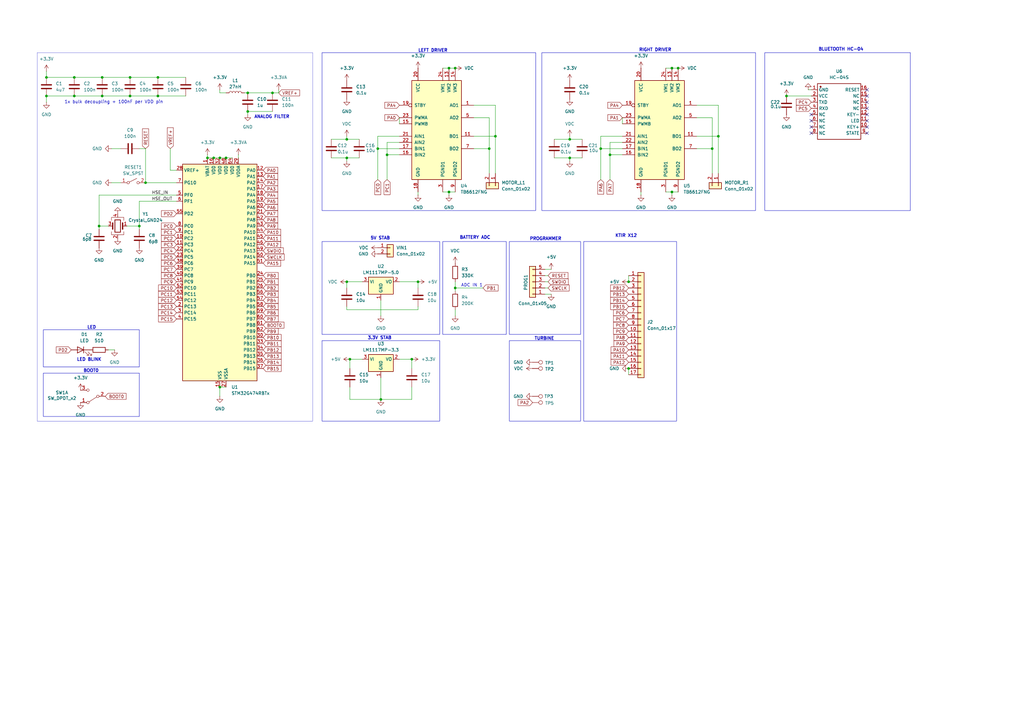
<source format=kicad_sch>
(kicad_sch (version 20231120) (generator "eeschema") (generator_version "8.0")
  (paper "A3")
  (title_block (title "Regin line follower"))
  (junction (at 59.69 74.93))
  (junction (at 184.15 27.94))
  (junction (at 53.34 39.37))
  (junction (at 154.94 60.96))
  (junction (at 275.59 78.74))
  (junction (at 168.91 147.32))
  (junction (at 53.34 31.75))
  (junction (at 275.59 27.94))
  (junction (at 292.1 60.96))
  (junction (at 101.6 38.1))
  (junction (at 200.66 60.96))
  (junction (at 64.77 31.75))
  (junction (at 322.58 39.37))
  (junction (at 90.17 64.77))
  (junction (at 142.24 57.15))
  (junction (at 19.05 31.75))
  (junction (at 101.6 45.72))
  (junction (at 41.91 39.37))
  (junction (at 143.51 147.32))
  (junction (at 156.21 163.83))
  (junction (at 92.71 64.77))
  (junction (at 294.64 55.88))
  (junction (at 246.38 60.96))
  (junction (at 30.48 39.37))
  (junction (at 85.09 64.77))
  (junction (at 203.2 55.88))
  (junction (at 64.77 39.37))
  (junction (at 250.19 63.5))
  (junction (at 171.45 115.57))
  (junction (at 87.63 64.77))
  (junction (at 41.91 31.75))
  (junction (at 90.17 158.75))
  (junction (at 158.75 63.5))
  (junction (at 278.13 27.94))
  (junction (at 142.24 64.77))
  (junction (at 257.81 151.13))
  (junction (at 257.81 115.57))
  (junction (at 233.68 57.15))
  (junction (at 184.15 78.74))
  (junction (at 40.64 92.71))
  (junction (at 111.76 38.1))
  (junction (at 142.24 115.57))
  (junction (at 233.68 64.77))
  (junction (at 30.48 31.75))
  (junction (at 19.05 39.37))
  (junction (at 186.69 27.94))
  (junction (at 186.69 118.11))
  (junction (at 57.15 92.71))
  (no_connect (at 355.6 36.83))
  (no_connect (at 332.74 46.99))
  (no_connect (at 355.6 46.99))
  (no_connect (at 355.6 39.37))
  (no_connect (at 355.6 41.91))
  (no_connect (at 355.6 52.07))
  (no_connect (at 332.74 49.53))
  (no_connect (at 332.74 52.07))
  (no_connect (at 332.74 54.61))
  (no_connect (at 355.6 49.53))
  (no_connect (at 355.6 44.45))
  (no_connect (at 355.6 54.61))
  (wire (pts (xy 223.52 120.65) (xy 226.06 120.65)))
  (wire (pts (xy 163.83 58.42) (xy 158.75 58.42)))
  (wire (pts (xy 143.51 147.32) (xy 148.59 147.32)))
  (wire (pts (xy 285.75 60.96) (xy 292.1 60.96)))
  (wire (pts (xy 101.6 46.99) (xy 101.6 45.72)))
  (wire (pts (xy 57.15 82.55) (xy 57.15 92.71)))
  (wire (pts (xy 200.66 48.26) (xy 200.66 60.96)))
  (wire (pts (xy 163.83 55.88) (xy 154.94 55.88)))
  (wire (pts (xy 90.17 162.56) (xy 90.17 158.75)))
  (wire (pts (xy 53.34 39.37) (xy 64.77 39.37)))
  (wire (pts (xy 90.17 36.83) (xy 90.17 38.1)))
  (wire (pts (xy 92.71 158.75) (xy 90.17 158.75)))
  (wire (pts (xy 90.17 38.1) (xy 92.71 38.1)))
  (wire (pts (xy 101.6 38.1) (xy 111.76 38.1)))
  (wire (pts (xy 57.15 92.71) (xy 57.15 93.98)))
  (wire (pts (xy 142.24 64.77) (xy 142.24 66.04)))
  (wire (pts (xy 143.51 147.32) (xy 143.51 151.13)))
  (wire (pts (xy 194.31 43.18) (xy 203.2 43.18)))
  (wire (pts (xy 41.91 31.75) (xy 53.34 31.75)))
  (wire (pts (xy 168.91 147.32) (xy 168.91 151.13)))
  (wire (pts (xy 292.1 48.26) (xy 292.1 60.96)))
  (wire (pts (xy 59.69 74.93) (xy 72.39 74.93)))
  (wire (pts (xy 44.45 143.51) (xy 46.99 143.51)))
  (wire (pts (xy 257.81 113.03) (xy 257.81 115.57)))
  (wire (pts (xy 203.2 55.88) (xy 194.31 55.88)))
  (wire (pts (xy 255.27 58.42) (xy 250.19 58.42)))
  (wire (pts (xy 255.27 48.26) (xy 255.27 50.8)))
  (wire (pts (xy 45.72 74.93) (xy 49.53 74.93)))
  (wire (pts (xy 69.85 69.85) (xy 72.39 69.85)))
  (wire (pts (xy 275.59 27.94) (xy 278.13 27.94)))
  (wire (pts (xy 142.24 57.15) (xy 147.32 57.15)))
  (wire (pts (xy 294.64 55.88) (xy 294.64 71.12)))
  (wire (pts (xy 154.94 55.88) (xy 154.94 60.96)))
  (wire (pts (xy 171.45 78.74) (xy 171.45 80.01)))
  (wire (pts (xy 69.85 60.96) (xy 69.85 69.85)))
  (wire (pts (xy 40.64 92.71) (xy 40.64 93.98)))
  (wire (pts (xy 163.83 115.57) (xy 171.45 115.57)))
  (wire (pts (xy 200.66 60.96) (xy 200.66 71.12)))
  (wire (pts (xy 57.15 92.71) (xy 52.07 92.71)))
  (wire (pts (xy 322.58 39.37) (xy 332.74 39.37)))
  (wire (pts (xy 194.31 60.96) (xy 200.66 60.96)))
  (wire (pts (xy 142.24 115.57) (xy 142.24 118.11)))
  (wire (pts (xy 186.69 119.38) (xy 186.69 118.11)))
  (wire (pts (xy 181.61 27.94) (xy 184.15 27.94)))
  (wire (pts (xy 223.52 113.03) (xy 224.79 113.03)))
  (wire (pts (xy 294.64 43.18) (xy 294.64 55.88)))
  (wire (pts (xy 292.1 60.96) (xy 292.1 71.12)))
  (wire (pts (xy 19.05 39.37) (xy 30.48 39.37)))
  (wire (pts (xy 142.24 55.88) (xy 142.24 57.15)))
  (wire (pts (xy 184.15 78.74) (xy 186.69 78.74)))
  (wire (pts (xy 250.19 63.5) (xy 250.19 73.66)))
  (wire (pts (xy 186.69 127) (xy 186.69 129.54)))
  (wire (pts (xy 156.21 123.19) (xy 156.21 129.54)))
  (wire (pts (xy 273.05 27.94) (xy 275.59 27.94)))
  (wire (pts (xy 184.15 27.94) (xy 186.69 27.94)))
  (wire (pts (xy 246.38 55.88) (xy 246.38 60.96)))
  (wire (pts (xy 184.15 78.74) (xy 184.15 80.01)))
  (wire (pts (xy 223.52 115.57) (xy 224.79 115.57)))
  (wire (pts (xy 156.21 163.83) (xy 168.91 163.83)))
  (wire (pts (xy 143.51 158.75) (xy 143.51 163.83)))
  (wire (pts (xy 142.24 127) (xy 142.24 125.73)))
  (wire (pts (xy 72.39 80.01) (xy 40.64 80.01)))
  (wire (pts (xy 30.48 31.75) (xy 41.91 31.75)))
  (wire (pts (xy 158.75 63.5) (xy 158.75 73.66)))
  (wire (pts (xy 156.21 154.94) (xy 156.21 163.83)))
  (wire (pts (xy 64.77 31.75) (xy 76.2 31.75)))
  (wire (pts (xy 142.24 115.57) (xy 148.59 115.57)))
  (wire (pts (xy 181.61 78.74) (xy 184.15 78.74)))
  (wire (pts (xy 257.81 151.13) (xy 257.81 153.67)))
  (wire (pts (xy 262.89 78.74) (xy 262.89 80.01)))
  (wire (pts (xy 223.52 110.49) (xy 226.06 110.49)))
  (wire (pts (xy 275.59 78.74) (xy 275.59 80.01)))
  (wire (pts (xy 275.59 78.74) (xy 278.13 78.74)))
  (wire (pts (xy 250.19 63.5) (xy 255.27 63.5)))
  (wire (pts (xy 331.47 36.83) (xy 332.74 36.83)))
  (wire (pts (xy 158.75 58.42) (xy 158.75 63.5)))
  (wire (pts (xy 101.6 45.72) (xy 111.76 45.72)))
  (wire (pts (xy 57.15 82.55) (xy 72.39 82.55)))
  (wire (pts (xy 135.89 57.15) (xy 142.24 57.15)))
  (wire (pts (xy 19.05 29.21) (xy 19.05 31.75)))
  (wire (pts (xy 92.71 64.77) (xy 95.25 64.77)))
  (wire (pts (xy 40.64 92.71) (xy 44.45 92.71)))
  (wire (pts (xy 114.3 36.83) (xy 114.3 38.1)))
  (wire (pts (xy 90.17 64.77) (xy 92.71 64.77)))
  (wire (pts (xy 154.94 60.96) (xy 163.83 60.96)))
  (wire (pts (xy 171.45 127) (xy 171.45 125.73)))
  (wire (pts (xy 163.83 48.26) (xy 163.83 50.8)))
  (wire (pts (xy 227.33 64.77) (xy 233.68 64.77)))
  (wire (pts (xy 285.75 43.18) (xy 294.64 43.18)))
  (wire (pts (xy 233.68 55.88) (xy 233.68 57.15)))
  (wire (pts (xy 53.34 31.75) (xy 64.77 31.75)))
  (wire (pts (xy 233.68 64.77) (xy 238.76 64.77)))
  (wire (pts (xy 223.52 118.11) (xy 224.79 118.11)))
  (wire (pts (xy 163.83 147.32) (xy 168.91 147.32)))
  (wire (pts (xy 142.24 127) (xy 171.45 127)))
  (wire (pts (xy 158.75 63.5) (xy 163.83 63.5)))
  (wire (pts (xy 30.48 39.37) (xy 41.91 39.37)))
  (wire (pts (xy 227.33 57.15) (xy 233.68 57.15)))
  (wire (pts (xy 246.38 60.96) (xy 255.27 60.96)))
  (wire (pts (xy 233.68 64.77) (xy 233.68 66.04)))
  (wire (pts (xy 186.69 115.57) (xy 186.69 118.11)))
  (wire (pts (xy 97.79 63.5) (xy 97.79 64.77)))
  (wire (pts (xy 198.12 118.11) (xy 186.69 118.11)))
  (wire (pts (xy 85.09 64.77) (xy 87.63 64.77)))
  (wire (pts (xy 142.24 64.77) (xy 147.32 64.77)))
  (wire (pts (xy 143.51 163.83) (xy 156.21 163.83)))
  (wire (pts (xy 246.38 60.96) (xy 246.38 73.66)))
  (wire (pts (xy 285.75 48.26) (xy 292.1 48.26)))
  (wire (pts (xy 19.05 39.37) (xy 19.05 41.91)))
  (wire (pts (xy 59.69 60.96) (xy 59.69 74.93)))
  (wire (pts (xy 87.63 64.77) (xy 90.17 64.77)))
  (wire (pts (xy 273.05 78.74) (xy 275.59 78.74)))
  (wire (pts (xy 255.27 55.88) (xy 246.38 55.88)))
  (wire (pts (xy 135.89 64.77) (xy 142.24 64.77)))
  (wire (pts (xy 85.09 63.5) (xy 85.09 64.77)))
  (wire (pts (xy 57.15 60.96) (xy 59.69 60.96)))
  (wire (pts (xy 233.68 57.15) (xy 238.76 57.15)))
  (wire (pts (xy 168.91 163.83) (xy 168.91 158.75)))
  (wire (pts (xy 19.05 31.75) (xy 30.48 31.75)))
  (wire (pts (xy 40.64 80.01) (xy 40.64 92.71)))
  (wire (pts (xy 64.77 39.37) (xy 76.2 39.37)))
  (wire (pts (xy 154.94 60.96) (xy 154.94 73.66)))
  (wire (pts (xy 194.31 48.26) (xy 200.66 48.26)))
  (wire (pts (xy 171.45 115.57) (xy 171.45 118.11)))
  (wire (pts (xy 41.91 39.37) (xy 53.34 39.37)))
  (wire (pts (xy 250.19 58.42) (xy 250.19 63.5)))
  (wire (pts (xy 294.64 55.88) (xy 285.75 55.88)))
  (wire (pts (xy 114.3 38.1) (xy 111.76 38.1)))
  (wire (pts (xy 45.72 60.96) (xy 49.53 60.96)))
  (wire (pts (xy 203.2 43.18) (xy 203.2 55.88)))
  (wire (pts (xy 100.33 38.1) (xy 101.6 38.1)))
  (wire (pts (xy 203.2 55.88) (xy 203.2 71.12)))
  (rectangle (start 181.61 99.06) (end 207.645 137.16))
  (rectangle (start 208.915 99.06) (end 238.125 137.16))
  (rectangle (start 17.78 135.255) (end 57.15 150.495))
  (rectangle (start 313.69 21.59) (end 373.38 86.36))
  (rectangle (start 208.915 139.7) (end 238.125 172.72))
  (rectangle (start 222.25 21.59) (end 309.88 86.36))
  (rectangle (start 17.78 153.035) (end 57.15 170.815))
  (rectangle (start 239.395 99.06) (end 277.495 172.72))
  (rectangle (start 132.08 99.06) (end 180.34 137.16))
  (rectangle (start 132.08 139.7) (end 180.34 172.72))
  (rectangle (start 132.08 21.59) (end 219.71 86.36))
  (rectangle (start 15.24 21.59) (end 128.27 172.72) (stroke (width 0.0508)))
  (text "ADC IN 1\n\n" (at 193.548 118.11 0) (effects (font (size 1.27 1.27))))
  (text "ANALOG FILTER\n" (at 111.506 48.006 0) (effects (font (size 1.27 1.27) (bold yes))))
  (text "TURBINE" (at 223.266 138.938 0) (effects (font (size 1.27 1.27) (thickness 0.254) (bold yes))))
  (text "1x bulk decoupling + 100nF per VDD pin" (at 26.416 42.672 0) (effects (font (size 1.27 1.27)) (justify left bottom)))
  (text "RIGHT DRIVER\n" (at 268.732 20.574 0) (effects (font (size 1.27 1.27) (bold yes))))
  (text "3.3V STAB\n\n" (at 155.702 139.7 0) (effects (font (size 1.27 1.27) (bold yes))))
  (text "LED\n" (at 37.592 134.366 0) (effects (font (size 1.27 1.27) (bold yes))))
  (text "BATTERY ADC\n" (at 194.818 97.536 0) (effects (font (size 1.27 1.27) (bold yes))))
  (text "5V STAB\n" (at 155.956 97.79 0) (effects (font (size 1.27 1.27) (thickness 0.254) (bold yes))))
  (text "BLUETOOTH HC-04\n\n" (at 344.932 21.336 0) (effects (font (size 1.27 1.27) (bold yes))))
  (text "PROGRAMMER\n" (at 223.774 98.044 0) (effects (font (size 1.27 1.27) (bold yes))))
  (text "KTIR X12\n\n" (at 256.794 97.79 0) (effects (font (size 1.27 1.27) (bold yes))))
  (text "BOOT0\n" (at 37.338 152.146 0) (effects (font (size 1.27 1.27) (bold yes))))
  (text "LEFT DRIVER\n" (at 177.546 20.828 0) (effects (font (size 1.27 1.27) (bold yes))))
  (text "LED BLINK\n" (at 36.576 147.574 0) (effects (font (size 1.27 1.27) (bold yes))))
  (label "HSE_OUT" (at 62.23 82.55 0))
  (label "HSE_IN" (at 62.23 80.01 0))
  (global_label "PA1" (shape input) (at 107.95 72.39 0) (property "Intersheetrefs" "${INTERSHEET_REFS}" (effects (hide yes))))
  (global_label "PB10" (shape input) (at 107.95 138.43 0) (property "Intersheetrefs" "${INTERSHEET_REFS}" (effects (hide yes))))
  (global_label "PB5" (shape input) (at 107.95 125.73 0) (property "Intersheetrefs" "${INTERSHEET_REFS}" (effects (hide yes))))
  (global_label "VREF+" (shape input) (at 69.85 60.96 90) (property "Intersheetrefs" "${INTERSHEET_REFS}" (effects (hide yes))))
  (global_label "PC9" (shape input) (at 72.39 115.57 180) (property "Intersheetrefs" "${INTERSHEET_REFS}" (effects (hide yes))))
  (global_label "PC3" (shape input) (at 72.39 100.33 180) (property "Intersheetrefs" "${INTERSHEET_REFS}" (effects (hide yes))))
  (global_label "SWDIO" (shape input) (at 107.95 102.87 0) (property "Intersheetrefs" "${INTERSHEET_REFS}" (effects (hide yes))))
  (global_label "PC4" (shape input) (at 72.39 102.87 180) (property "Intersheetrefs" "${INTERSHEET_REFS}" (effects (hide yes))))
  (global_label "PA7" (shape input) (at 250.19 73.66 270) (property "Intersheetrefs" "${INTERSHEET_REFS}" (effects (hide yes))))
  (global_label "PA0" (shape input) (at 107.95 69.85 0) (property "Intersheetrefs" "${INTERSHEET_REFS}" (effects (hide yes))))
  (global_label "PA9" (shape input) (at 257.81 140.97 180) (property "Intersheetrefs" "${INTERSHEET_REFS}" (effects (hide yes))))
  (global_label "PB2" (shape input) (at 107.95 118.11 0) (property "Intersheetrefs" "${INTERSHEET_REFS}" (effects (hide yes))))
  (global_label "PC14" (shape input) (at 72.39 128.27 180) (property "Intersheetrefs" "${INTERSHEET_REFS}" (effects (hide yes))))
  (global_label "PA1" (shape input) (at 255.27 48.26 180) (property "Intersheetrefs" "${INTERSHEET_REFS}" (effects (hide yes))))
  (global_label "PB15" (shape input) (at 257.81 125.73 180) (property "Intersheetrefs" "${INTERSHEET_REFS}" (effects (hide yes))))
  (global_label "PA15" (shape input) (at 107.95 107.95 0) (property "Intersheetrefs" "${INTERSHEET_REFS}" (effects (hide yes))))
  (global_label "PC7" (shape input) (at 257.81 130.81 180) (property "Intersheetrefs" "${INTERSHEET_REFS}" (effects (hide yes))))
  (global_label "PB4" (shape input) (at 107.95 123.19 0) (property "Intersheetrefs" "${INTERSHEET_REFS}" (effects (hide yes))))
  (global_label "PC12" (shape input) (at 72.39 123.19 180) (property "Intersheetrefs" "${INTERSHEET_REFS}" (effects (hide yes))))
  (global_label "RESET" (shape input) (at 224.79 113.03 0) (property "Intersheetrefs" "${INTERSHEET_REFS}" (effects (hide yes))))
  (global_label "RESET" (shape input) (at 59.69 60.96 90) (property "Intersheetrefs" "${INTERSHEET_REFS}" (effects (hide yes))))
  (global_label "PA4" (shape input) (at 163.83 43.18 180) (property "Intersheetrefs" "${INTERSHEET_REFS}" (effects (hide yes))))
  (global_label "PB14" (shape input) (at 257.81 123.19 180) (property "Intersheetrefs" "${INTERSHEET_REFS}" (effects (hide yes))))
  (global_label "PB7" (shape input) (at 107.95 130.81 0) (property "Intersheetrefs" "${INTERSHEET_REFS}" (effects (hide yes))))
  (global_label "PC2" (shape input) (at 72.39 97.79 180) (property "Intersheetrefs" "${INTERSHEET_REFS}" (effects (hide yes))))
  (global_label "PA6" (shape input) (at 246.38 73.66 270) (property "Intersheetrefs" "${INTERSHEET_REFS}" (effects (hide yes))))
  (global_label "PB13" (shape input) (at 107.95 146.05 0) (property "Intersheetrefs" "${INTERSHEET_REFS}" (effects (hide yes))))
  (global_label "PB1" (shape input) (at 107.95 115.57 0) (property "Intersheetrefs" "${INTERSHEET_REFS}" (effects (hide yes))))
  (global_label "PC15" (shape input) (at 72.39 130.81 180) (property "Intersheetrefs" "${INTERSHEET_REFS}" (effects (hide yes))))
  (global_label "PC0" (shape input) (at 72.39 92.71 180) (property "Intersheetrefs" "${INTERSHEET_REFS}" (effects (hide yes))))
  (global_label "PB11" (shape input) (at 107.95 140.97 0) (property "Intersheetrefs" "${INTERSHEET_REFS}" (effects (hide yes))))
  (global_label "PA11" (shape input) (at 107.95 97.79 0) (property "Intersheetrefs" "${INTERSHEET_REFS}" (effects (hide yes))))
  (global_label "PC6" (shape input) (at 257.81 128.27 180) (property "Intersheetrefs" "${INTERSHEET_REFS}" (effects (hide yes))))
  (global_label "PB13" (shape input) (at 257.81 120.65 180) (property "Intersheetrefs" "${INTERSHEET_REFS}" (effects (hide yes))))
  (global_label "PB9" (shape input) (at 107.95 135.89 0) (property "Intersheetrefs" "${INTERSHEET_REFS}" (effects (hide yes))))
  (global_label "PA4" (shape input) (at 255.27 43.18 180) (property "Intersheetrefs" "${INTERSHEET_REFS}" (effects (hide yes))))
  (global_label "PC8" (shape input) (at 72.39 113.03 180) (property "Intersheetrefs" "${INTERSHEET_REFS}" (effects (hide yes))))
  (global_label "PC5" (shape input) (at 72.39 105.41 180) (property "Intersheetrefs" "${INTERSHEET_REFS}" (effects (hide yes))))
  (global_label "PC13" (shape input) (at 72.39 125.73 180) (property "Intersheetrefs" "${INTERSHEET_REFS}" (effects (hide yes))))
  (global_label "PA12" (shape input) (at 107.95 100.33 0) (property "Intersheetrefs" "${INTERSHEET_REFS}" (effects (hide yes))))
  (global_label "PC8" (shape input) (at 257.81 133.35 180) (property "Intersheetrefs" "${INTERSHEET_REFS}" (effects (hide yes))))
  (global_label "PC9" (shape input) (at 257.81 135.89 180) (property "Intersheetrefs" "${INTERSHEET_REFS}" (effects (hide yes))))
  (global_label "PA2" (shape input) (at 107.95 74.93 0) (property "Intersheetrefs" "${INTERSHEET_REFS}" (effects (hide yes))))
  (global_label "PB12" (shape input) (at 257.81 118.11 180) (property "Intersheetrefs" "${INTERSHEET_REFS}" (effects (hide yes))))
  (global_label "PA9" (shape input) (at 107.95 92.71 0) (property "Intersheetrefs" "${INTERSHEET_REFS}" (effects (hide yes))))
  (global_label "PA10" (shape input) (at 257.81 143.51 180) (property "Intersheetrefs" "${INTERSHEET_REFS}" (effects (hide yes))))
  (global_label "PC11" (shape input) (at 72.39 120.65 180) (property "Intersheetrefs" "${INTERSHEET_REFS}" (effects (hide yes))))
  (global_label "PC4" (shape input) (at 332.74 41.91 180) (property "Intersheetrefs" "${INTERSHEET_REFS}" (effects (hide yes))))
  (global_label "PC5" (shape input) (at 332.74 44.45 180) (property "Intersheetrefs" "${INTERSHEET_REFS}" (effects (hide yes))))
  (global_label "PC10" (shape input) (at 72.39 118.11 180) (property "Intersheetrefs" "${INTERSHEET_REFS}" (effects (hide yes))))
  (global_label "PB14" (shape input) (at 107.95 148.59 0) (property "Intersheetrefs" "${INTERSHEET_REFS}" (effects (hide yes))))
  (global_label "PA0" (shape input) (at 163.83 48.26 180) (property "Intersheetrefs" "${INTERSHEET_REFS}" (effects (hide yes))))
  (global_label "PA8" (shape input) (at 257.81 138.43 180) (property "Intersheetrefs" "${INTERSHEET_REFS}" (effects (hide yes))))
  (global_label "PA2" (shape input) (at 218.44 165.1 180) (property "Intersheetrefs" "${INTERSHEET_REFS}" (effects (hide yes))))
  (global_label "SWCLK" (shape input) (at 224.79 118.11 0) (property "Intersheetrefs" "${INTERSHEET_REFS}" (effects (hide yes))))
  (global_label "PB1" (shape input) (at 198.12 118.11 0) (property "Intersheetrefs" "${INTERSHEET_REFS}" (effects (hide yes))))
  (global_label "SWDIO" (shape input) (at 224.79 115.57 0) (property "Intersheetrefs" "${INTERSHEET_REFS}" (effects (hide yes))))
  (global_label "PC1" (shape input) (at 72.39 95.25 180) (property "Intersheetrefs" "${INTERSHEET_REFS}" (effects (hide yes))))
  (global_label "PB12" (shape input) (at 107.95 143.51 0) (property "Intersheetrefs" "${INTERSHEET_REFS}" (effects (hide yes))))
  (global_label "PA5" (shape input) (at 107.95 82.55 0) (property "Intersheetrefs" "${INTERSHEET_REFS}" (effects (hide yes))))
  (global_label "BOOT0" (shape input) (at 43.18 162.56 0) (property "Intersheetrefs" "${INTERSHEET_REFS}" (effects (hide yes))))
  (global_label "BOOT0" (shape input) (at 107.95 133.35 0) (property "Intersheetrefs" "${INTERSHEET_REFS}" (effects (hide yes))))
  (global_label "PC0" (shape input) (at 154.94 73.66 270) (property "Intersheetrefs" "${INTERSHEET_REFS}" (effects (hide yes))))
  (global_label "PC7" (shape input) (at 72.39 110.49 180) (property "Intersheetrefs" "${INTERSHEET_REFS}" (effects (hide yes))))
  (global_label "PC6" (shape input) (at 72.39 107.95 180) (property "Intersheetrefs" "${INTERSHEET_REFS}" (effects (hide yes))))
  (global_label "SWCLK" (shape input) (at 107.95 105.41 0) (property "Intersheetrefs" "${INTERSHEET_REFS}" (effects (hide yes))))
  (global_label "PA4" (shape input) (at 107.95 80.01 0) (property "Intersheetrefs" "${INTERSHEET_REFS}" (effects (hide yes))))
  (global_label "PA6" (shape input) (at 107.95 85.09 0) (property "Intersheetrefs" "${INTERSHEET_REFS}" (effects (hide yes))))
  (global_label "PA3" (shape input) (at 107.95 77.47 0) (property "Intersheetrefs" "${INTERSHEET_REFS}" (effects (hide yes))))
  (global_label "PB0" (shape input) (at 107.95 113.03 0) (property "Intersheetrefs" "${INTERSHEET_REFS}" (effects (hide yes))))
  (global_label "PD2" (shape input) (at 72.39 87.63 180) (property "Intersheetrefs" "${INTERSHEET_REFS}" (effects (hide yes))))
  (global_label "VREF+" (shape input) (at 114.3 38.1 0) (property "Intersheetrefs" "${INTERSHEET_REFS}" (effects (hide yes))))
  (global_label "PB15" (shape input) (at 107.95 151.13 0) (property "Intersheetrefs" "${INTERSHEET_REFS}" (effects (hide yes))))
  (global_label "PA7" (shape input) (at 107.95 87.63 0) (property "Intersheetrefs" "${INTERSHEET_REFS}" (effects (hide yes))))
  (global_label "PA12" (shape input) (at 257.81 148.59 180) (property "Intersheetrefs" "${INTERSHEET_REFS}" (effects (hide yes))))
  (global_label "PA8" (shape input) (at 107.95 90.17 0) (property "Intersheetrefs" "${INTERSHEET_REFS}" (effects (hide yes))))
  (global_label "PC1" (shape input) (at 158.75 73.66 270) (property "Intersheetrefs" "${INTERSHEET_REFS}" (effects (hide yes))))
  (global_label "PA10" (shape input) (at 107.95 95.25 0) (property "Intersheetrefs" "${INTERSHEET_REFS}" (effects (hide yes))))
  (global_label "PB6" (shape input) (at 107.95 128.27 0) (property "Intersheetrefs" "${INTERSHEET_REFS}" (effects (hide yes))))
  (global_label "PD2" (shape input) (at 29.21 143.51 180) (property "Intersheetrefs" "${INTERSHEET_REFS}" (effects (hide yes))))
  (global_label "PA11" (shape input) (at 257.81 146.05 180) (property "Intersheetrefs" "${INTERSHEET_REFS}" (effects (hide yes))))
  (global_label "PB3" (shape input) (at 107.95 120.65 0) (property "Intersheetrefs" "${INTERSHEET_REFS}" (effects (hide yes))))
  (symbol (lib_id "Device:C") (at 147.32 60.96 0) (unit 1)
    (property "Reference" "C16" (at 149.86 59.69 0) (effects (justify left)))
    (property "Value" "10u" (at 150.114 61.722 0) (effects (justify left)))
    (property "Footprint" "Capacitor_SMD:C_0603_1608Metric" (effects (hide yes)))
    (property "Description" "Unpolarized capacitor" (effects (hide yes)))
  )
  (symbol (lib_id "Device:C") (at 41.91 35.56 0) (unit 1)
    (property "Reference" "C3" (at 45.72 34.2899 0) (effects (justify left)))
    (property "Value" "100n" (at 45.72 36.8299 0) (effects (justify left)))
    (property "Footprint" "Capacitor_SMD:C_0603_1608Metric" (effects (hide yes)))
    (property "Description" "Unpolarized capacitor" (effects (hide yes)))
  )
  (symbol (lib_id "Device:C") (at 142.24 121.92 0) (unit 1)
    (property "Reference" "C14" (at 146.05 120.6499 0) (effects (justify left)))
    (property "Value" "10u" (at 146.05 123.1899 0) (effects (justify left)))
    (property "Footprint" "Capacitor_SMD:C_0603_1608Metric" (effects (hide yes)))
    (property "Description" "Unpolarized capacitor" (effects (hide yes)))
  )
  (symbol (lib_id "power:GND") (at 19.05 41.91 0) (unit 1)
    (property "Reference" "#PWR04" (effects (hide yes)))
    (property "Value" "GND" (at 19.05 46.99 0))
    (property "Description" "Power symbol creates a global label with name \"GND\" , ground" (effects (hide yes)))
  )
  (symbol (lib_id "Device:C") (at 57.15 97.79 0) (unit 1)
    (property "Reference" "C8" (at 60.96 96.5199 0) (effects (justify left)))
    (property "Value" "6p8" (at 60.96 99.0599 0) (effects (justify left)))
    (property "Footprint" "Capacitor_SMD:C_0603_1608Metric" (effects (hide yes)))
    (property "Description" "Unpolarized capacitor" (effects (hide yes)))
  )
  (symbol (lib_id "Device:C") (at 135.89 60.96 0) (unit 1)
    (property "Reference" "C12" (at 138.43 59.69 0) (effects (justify left)))
    (property "Value" "0.1u" (at 138.43 62.23 0) (effects (justify left)))
    (property "Footprint" "Capacitor_SMD:C_0603_1608Metric" (effects (hide yes)))
    (property "Description" "Unpolarized capacitor" (effects (hide yes)))
  )
  (symbol (lib_id "Connector_Generic:Conn_01x02") (at 160.02 101.6 0) (unit 1)
    (property "Reference" "VIN1" (at 162.56 101.5999 0) (effects (justify left)))
    (property "Value" "Conn_01x02" (at 162.56 104.1399 0) (effects (justify left)))
    (property "Footprint" "Connector_PinSocket_2.54mm:PinSocket_1x02_P2.54mm_Vertical" (effects (hide yes)))
    (property "Description" "Generic connector, single row, 01x02, script generated (kicad-library-utils/schlib/autogen/connector/)" (effects (hide yes)))
  )
  (symbol (lib_id "Connector_Generic:Conn_01x17") (at 262.89 133.35 0) (unit 1)
    (property "Reference" "J2" (at 265.43 132.0799 0) (effects (justify left)))
    (property "Value" "Conn_01x17" (at 265.43 134.6199 0) (effects (justify left)))
    (property "Footprint" "Connector_FFC-FPC:Hirose_FH12-17S-0.5SH_1x17-1MP_P0.50mm_Horizontal" (effects (hide yes)))
    (property "Description" "Generic connector, single row, 01x17, script generated (kicad-library-utils/schlib/autogen/connector/)" (effects (hide yes)))
  )
  (symbol (lib_id "power:VDC") (at 218.44 151.13 90) (unit 1)
    (property "Reference" "#PWR050" (effects (hide yes)))
    (property "Value" "VDC" (at 214.63 151.1299 90) (effects (justify left)))
    (property "Description" "Power symbol creates a global label with name \"VDC\"" (effects (hide yes)))
  )
  (symbol (lib_id "Regulator_Linear:LM1117MP-3.3") (at 156.21 147.32 0) (unit 1)
    (property "Reference" "U3" (at 156.21 140.97 0))
    (property "Value" "LM1117MP-3.3" (at 156.21 143.51 0))
    (property "Footprint" "Package_TO_SOT_SMD:SOT-223-3_TabPin2" (effects (hide yes)))
    (property "Datasheet" "http://www.ti.com/lit/ds/symlink/lm1117.pdf" (effects (hide yes)))
    (property "Description" "800mA Low-Dropout Linear Regulator, 3.3V fixed output, SOT-223" (effects (hide yes)))
  )
  (symbol (lib_id "Driver_Motor:TB6612FNG") (at 270.51 53.34 0) (unit 1)
    (property "Reference" "U5" (at 280.3241 76.2 0) (effects (justify left)))
    (property "Value" "TB6612FNG" (at 280.3241 78.74 0) (effects (justify left)))
    (property "Footprint" "Package_SO:SSOP-24_5.3x8.2mm_P0.65mm" (effects (hide yes)))
    (property "Datasheet" "https://toshiba.semicon-storage.com/us/product/linear/motordriver/detail.TB6612FNG.html" (effects (hide yes)))
    (property "Description" "Driver IC for Dual DC motor, SSOP-24" (effects (hide yes)))
  )
  (symbol (lib_id "Device:C") (at 30.48 35.56 0) (unit 1)
    (property "Reference" "C2" (at 34.29 34.2899 0) (effects (justify left)))
    (property "Value" "100n" (at 34.29 36.8299 0) (effects (justify left)))
    (property "Footprint" "Capacitor_SMD:C_0603_1608Metric" (effects (hide yes)))
    (property "Description" "Unpolarized capacitor" (effects (hide yes)))
  )
  (symbol (lib_id "Device:C") (at 322.58 43.18 180) (unit 1)
    (property "Reference" "C22" (at 315.976 41.91 0) (effects (justify right)))
    (property "Value" "0.1u" (at 315.976 43.688 0) (effects (justify right)))
    (property "Footprint" "Capacitor_SMD:C_0603_1608Metric" (effects (hide yes)))
    (property "Description" "Unpolarized capacitor" (effects (hide yes)))
  )
  (symbol (lib_id "Connector:TestPoint") (at 218.44 148.59 270) (unit 1)
    (property "Reference" "TP1" (at 223.52 148.844 90) (effects (justify left)))
    (property "Value" "TestPoint" (effects (hide yes)))
    (property "Footprint" "TestPoint:TestPoint_Pad_D2.5mm" (effects (hide yes)))
    (property "Description" "test point" (effects (hide yes)))
  )
  (symbol (lib_id "power:GND") (at 184.15 80.01 0) (unit 1)
    (property "Reference" "#PWR029" (effects (hide yes)))
    (property "Value" "GND" (at 184.15 85.09 0))
    (property "Description" "Power symbol creates a global label with name \"GND\" , ground" (effects (hide yes)))
  )
  (symbol (lib_id "power:GND") (at 142.24 66.04 0) (unit 1)
    (property "Reference" "#PWR035" (effects (hide yes)))
    (property "Value" "GND" (at 142.24 71.12 0))
    (property "Description" "Power symbol creates a global label with name \"GND\" , ground" (effects (hide yes)))
  )
  (symbol (lib_id "power:+5V") (at 171.45 115.57 270) (unit 1)
    (property "Reference" "#PWR022" (effects (hide yes)))
    (property "Value" "+5V" (at 175.26 115.5699 90) (effects (justify left)))
    (property "Description" "Power symbol creates a global label with name \"+5V\"" (effects (hide yes)))
  )
  (symbol (lib_id "power:GND") (at 57.15 101.6 0) (unit 1)
    (property "Reference" "#PWR09" (effects (hide yes)))
    (property "Value" "GND" (at 57.15 106.68 0))
    (property "Description" "Power symbol creates a global label with name \"GND\" , ground" (effects (hide yes)))
  )
  (symbol (lib_id "Device:C") (at 238.76 60.96 0) (unit 1)
    (property "Reference" "C21" (at 241.3 59.69 0) (effects (justify left)))
    (property "Value" "10u" (at 241.554 61.722 0) (effects (justify left)))
    (property "Footprint" "Capacitor_SMD:C_0603_1608Metric" (effects (hide yes)))
    (property "Description" "Unpolarized capacitor" (effects (hide yes)))
  )
  (symbol (lib_id "power:VDC") (at 142.24 115.57 90) (unit 1)
    (property "Reference" "#PWR020" (effects (hide yes)))
    (property "Value" "VDC" (at 138.43 115.5699 90) (effects (justify left)))
    (property "Description" "Power symbol creates a global label with name \"VDC\"" (effects (hide yes)))
  )
  (symbol (lib_id "Device:R") (at 40.64 143.51 90) (unit 1)
    (property "Reference" "R2" (at 40.64 137.16 90))
    (property "Value" "510" (at 40.64 139.7 90))
    (property "Footprint" "Capacitor_SMD:C_0603_1608Metric" (effects (hide yes)))
    (property "Description" "Resistor" (effects (hide yes)))
  )
  (symbol (lib_id "Device:C") (at 53.34 60.96 90) (unit 1)
    (property "Reference" "C9" (at 53.34 53.34 90))
    (property "Value" "100n" (at 53.34 55.88 90))
    (property "Footprint" "Capacitor_SMD:C_0603_1608Metric" (effects (hide yes)))
    (property "Description" "Unpolarized capacitor" (effects (hide yes)))
  )
  (symbol (lib_id "power:GND") (at 156.21 163.83 0) (unit 1)
    (property "Reference" "#PWR025" (effects (hide yes)))
    (property "Value" "GND" (at 156.21 168.91 0))
    (property "Description" "Power symbol creates a global label with name \"GND\" , ground" (effects (hide yes)))
  )
  (symbol (lib_id "Switch:SW_SPST") (at 54.61 74.93 0) (unit 1)
    (property "Reference" "RESET1" (at 54.61 68.58 0))
    (property "Value" "SW_SPST" (at 54.61 71.12 0))
    (property "Footprint" "Button_Switch_SMD:SW_SPST_CK_RS282G05A3" (effects (hide yes)))
    (property "Description" "Single Pole Single Throw (SPST) switch" (effects (hide yes)))
  )
  (symbol (lib_id "Device:L") (at 96.52 38.1 90) (unit 1)
    (property "Reference" "L1" (at 96.52 33.02 90))
    (property "Value" "27nH" (at 96.52 35.56 90))
    (property "Footprint" "Inductor_SMD:L_0603_1608Metric" (effects (hide yes)))
    (property "Description" "Inductor" (effects (hide yes)))
  )
  (symbol (lib_id "power:+3.3V") (at 85.09 63.5 0) (unit 1)
    (property "Reference" "#PWR01" (effects (hide yes)))
    (property "Value" "+3.3V" (at 85.09 58.42 0))
    (property "Description" "Power symbol creates a global label with name \"+3.3V\"" (effects (hide yes)))
  )
  (symbol (lib_id "power:GND") (at 48.26 97.79 0) (unit 1)
    (property "Reference" "#PWR054" (effects (hide yes)))
    (property "Value" "GND" (at 48.26 102.87 0))
    (property "Description" "Power symbol creates a global label with name \"GND\" , ground" (effects (hide yes)))
  )
  (symbol (lib_id "power:+5V") (at 257.81 115.57 90) (unit 1)
    (property "Reference" "#PWR047" (effects (hide yes)))
    (property "Value" "+5V" (at 254 115.5699 90) (effects (justify left)))
    (property "Description" "Power symbol creates a global label with name \"+5V\"" (effects (hide yes)))
  )
  (symbol (lib_id "Device:C") (at 111.76 41.91 0) (unit 1)
    (property "Reference" "C11" (at 115.57 40.6399 0) (effects (justify left)))
    (property "Value" "100n" (at 115.57 43.1799 0) (effects (justify left)))
    (property "Footprint" "Capacitor_SMD:C_0603_1608Metric" (effects (hide yes)))
    (property "Description" "Unpolarized capacitor" (effects (hide yes)))
  )
  (symbol (lib_id "Connector:TestPoint") (at 218.44 165.1 270) (unit 1)
    (property "Reference" "TP5" (at 223.52 165.354 90) (effects (justify left)))
    (property "Value" "TestPoint" (effects (hide yes)))
    (property "Footprint" "TestPoint:TestPoint_Pad_D1.0mm" (effects (hide yes)))
    (property "Description" "test point" (effects (hide yes)))
  )
  (symbol (lib_id "Device:LED") (at 33.02 143.51 0) (mirror y) (unit 1)
    (property "Reference" "D1" (at 34.6075 137.16 0))
    (property "Value" "LED" (at 34.6075 139.7 0))
    (property "Footprint" "LED_SMD:LED_0603_1608Metric" (effects (hide yes)))
    (property "Description" "Light emitting diode" (effects (hide yes)))
  )
  (symbol (lib_id "power:+3.3V") (at 171.45 27.94 0) (unit 1)
    (property "Reference" "#PWR028" (effects (hide yes)))
    (property "Value" "+3.3V" (at 171.45 22.86 0))
    (property "Description" "Power symbol creates a global label with name \"+3.3V\"" (effects (hide yes)))
  )
  (symbol (lib_id "power:GND") (at 218.44 148.59 270) (unit 1)
    (property "Reference" "#PWR051" (effects (hide yes)))
    (property "Value" "GND" (at 214.63 148.5899 90) (effects (justify right)))
    (property "Description" "Power symbol creates a global label with name \"GND\" , ground" (effects (hide yes)))
  )
  (symbol (lib_id "power:+3.3VA") (at 97.79 63.5 0) (unit 1)
    (property "Reference" "#PWR02" (effects (hide yes)))
    (property "Value" "+3.3VA" (at 97.79 58.42 0))
    (property "Description" "Power symbol creates a global label with name \"+3.3VA\"" (effects (hide yes)))
  )
  (symbol (lib_id "power:GND") (at 186.69 129.54 0) (unit 1)
    (property "Reference" "#PWR044" (effects (hide yes)))
    (property "Value" "GND" (at 186.69 134.62 0))
    (property "Description" "Power symbol creates a global label with name \"GND\" , ground" (effects (hide yes)))
  )
  (symbol (lib_id "power:+3.3VA") (at 114.3 36.83 0) (unit 1)
    (property "Reference" "#PWR06" (effects (hide yes)))
    (property "Value" "+3.3VA" (at 114.3 31.75 0))
    (property "Description" "Power symbol creates a global label with name \"+3.3VA\"" (effects (hide yes)))
  )
  (symbol (lib_id "power:+3.3V") (at 233.68 33.02 0) (unit 1)
    (property "Reference" "#PWR048" (effects (hide yes)))
    (property "Value" "+3.3V" (at 233.68 27.94 0))
    (property "Description" "Power symbol creates a global label with name \"+3.3V\"" (effects (hide yes)))
  )
  (symbol (lib_id "power:GND") (at 90.17 162.56 0) (unit 1)
    (property "Reference" "#PWR012" (effects (hide yes)))
    (property "Value" "GND" (at 90.17 167.64 0))
    (property "Description" "Power symbol creates a global label with name \"GND\" , ground" (effects (hide yes)))
  )
  (symbol (lib_id "power:GND") (at 233.68 40.64 0) (unit 1)
    (property "Reference" "#PWR037" (effects (hide yes)))
    (property "Value" "GND" (at 233.68 45.72 0))
    (property "Description" "Power symbol creates a global label with name \"GND\" , ground" (effects (hide yes)))
  )
  (symbol (lib_id "Device:C") (at 40.64 97.79 0) (unit 1)
    (property "Reference" "C7" (at 35.052 96.52 0) (effects (justify left)))
    (property "Value" "6p8" (at 33.782 98.044 0) (effects (justify left)))
    (property "Footprint" "Capacitor_SMD:C_0603_1608Metric" (effects (hide yes)))
    (property "Description" "Unpolarized capacitor" (effects (hide yes)))
  )
  (symbol (lib_id "Device:C") (at 168.91 154.94 0) (unit 1)
    (property "Reference" "C17" (at 172.72 153.6699 0) (effects (justify left)))
    (property "Value" "10u" (at 172.72 156.2099 0) (effects (justify left)))
    (property "Footprint" "Capacitor_SMD:C_0603_1608Metric" (effects (hide yes)))
    (property "Description" "Unpolarized capacitor" (effects (hide yes)))
  )
  (symbol (lib_id "power:GND") (at 142.24 40.64 0) (unit 1)
    (property "Reference" "#PWR032" (effects (hide yes)))
    (property "Value" "GND" (at 142.24 45.72 0))
    (property "Description" "Power symbol creates a global label with name \"GND\" , ground" (effects (hide yes)))
  )
  (symbol (lib_id "Connector:TestPoint") (at 218.44 162.56 270) (unit 1)
    (property "Reference" "TP3" (at 223.266 162.56 90) (effects (justify left)))
    (property "Value" "TestPoint" (effects (hide yes)))
    (property "Footprint" "TestPoint:TestPoint_Pad_D1.0mm" (effects (hide yes)))
    (property "Description" "test point" (effects (hide yes)))
  )
  (symbol (lib_id "power:GND") (at 262.89 80.01 0) (unit 1)
    (property "Reference" "#PWR041" (effects (hide yes)))
    (property "Value" "GND" (at 262.89 85.09 0))
    (property "Description" "Power symbol creates a global label with name \"GND\" , ground" (effects (hide yes)))
  )
  (symbol (lib_id "Connector_Generic:Conn_01x05") (at 218.44 115.57 180) (unit 1)
    (property "Reference" "PROG1" (at 215.646 115.824 90))
    (property "Value" "Conn_01x05" (at 218.44 124.46 0))
    (property "Footprint" "Connector_PinHeader_2.54mm:PinHeader_1x05_P2.54mm_Vertical" (effects (hide yes)))
    (property "Description" "Generic connector, single row, 01x05, script generated (kicad-library-utils/schlib/autogen/connector/)" (effects (hide yes)))
  )
  (symbol (lib_id "Device:C") (at 101.6 41.91 0) (unit 1)
    (property "Reference" "C10" (at 105.41 40.6399 0) (effects (justify left)))
    (property "Value" "1u" (at 105.41 43.1799 0) (effects (justify left)))
    (property "Footprint" "Capacitor_SMD:C_0603_1608Metric" (effects (hide yes)))
    (property "Description" "Unpolarized capacitor" (effects (hide yes)))
  )
  (symbol (lib_id "power:GND") (at 156.21 129.54 0) (unit 1)
    (property "Reference" "#PWR021" (effects (hide yes)))
    (property "Value" "GND" (at 156.21 134.62 0))
    (property "Description" "Power symbol creates a global label with name \"GND\" , ground" (effects (hide yes)))
  )
  (symbol (lib_id "Device:C") (at 171.45 121.92 0) (unit 1)
    (property "Reference" "C18" (at 175.26 120.6499 0) (effects (justify left)))
    (property "Value" "10u" (at 175.26 123.1899 0) (effects (justify left)))
    (property "Footprint" "Capacitor_SMD:C_0603_1608Metric" (effects (hide yes)))
    (property "Description" "Unpolarized capacitor" (effects (hide yes)))
  )
  (symbol (lib_id "power:+3.3V") (at 90.17 36.83 0) (unit 1)
    (property "Reference" "#PWR05" (effects (hide yes)))
    (property "Value" "+3.3V" (at 90.17 31.75 0))
    (property "Description" "Power symbol creates a global label with name \"+3.3V\"" (effects (hide yes)))
  )
  (symbol (lib_id "Device:R") (at 186.69 111.76 0) (unit 1)
    (property "Reference" "R3" (at 189.23 110.4899 0) (effects (justify left)))
    (property "Value" "330K" (at 189.23 113.0299 0) (effects (justify left)))
    (property "Footprint" "Capacitor_SMD:C_0603_1608Metric" (effects (hide yes)))
    (property "Description" "Resistor" (effects (hide yes)))
  )
  (symbol (lib_id "Device:C") (at 142.24 36.83 0) (unit 1)
    (property "Reference" "C13" (at 146.05 35.5599 0) (effects (justify left)))
    (property "Value" "0.1u" (at 146.05 38.0999 0) (effects (justify left)))
    (property "Footprint" "Capacitor_SMD:C_0603_1608Metric" (effects (hide yes)))
    (property "Description" "Unpolarized capacitor" (effects (hide yes)))
  )
  (symbol (lib_id "power:GND") (at 40.64 101.6 0) (unit 1)
    (property "Reference" "#PWR08" (effects (hide yes)))
    (property "Value" "GND" (at 40.64 106.68 0))
    (property "Description" "Power symbol creates a global label with name \"GND\" , ground" (effects (hide yes)))
  )
  (symbol (lib_id "power:+3.3V") (at 33.02 160.02 0) (unit 1)
    (property "Reference" "#PWR015" (effects (hide yes)))
    (property "Value" "+3.3V" (at 33.02 154.94 0))
    (property "Description" "Power symbol creates a global label with name \"+3.3V\"" (effects (hide yes)))
  )
  (symbol (lib_id "Device:C") (at 227.33 60.96 0) (unit 1)
    (property "Reference" "C19" (at 229.87 59.69 0) (effects (justify left)))
    (property "Value" "0.1u" (at 229.87 62.23 0) (effects (justify left)))
    (property "Footprint" "Capacitor_SMD:C_0603_1608Metric" (effects (hide yes)))
    (property "Description" "Unpolarized capacitor" (effects (hide yes)))
  )
  (symbol (lib_id "MCU_ST_STM32G4:STM32G474RBTx") (at 90.17 113.03 0) (unit 1)
    (property "Reference" "U1" (at 94.9041 158.75 0) (effects (justify left)))
    (property "Value" "STM32G474RBTx" (at 94.9041 161.29 0) (effects (justify left)))
    (property "Footprint" "Package_QFP:LQFP-64_10x10mm_P0.5mm" (effects (hide yes)))
    (property "Datasheet" "https://www.st.com/resource/en/datasheet/stm32g474rb.pdf" (effects (hide yes)))
    (property "Description" "STMicroelectronics Arm Cortex-M4 MCU, 128KB flash, 128KB RAM, 170 MHz, 1.71-3.6V, 52 GPIO, LQFP64" (effects (hide yes)))
  )
  (symbol (lib_id "Device:C") (at 143.51 154.94 0) (unit 1)
    (property "Reference" "C15" (at 147.32 153.6699 0) (effects (justify left)))
    (property "Value" "10u" (at 147.32 156.2099 0) (effects (justify left)))
    (property "Footprint" "Capacitor_SMD:C_0603_1608Metric" (effects (hide yes)))
    (property "Description" "Unpolarized capacitor" (effects (hide yes)))
  )
  (symbol (lib_id "Connector_Generic:Conn_01x02") (at 203.2 76.2 270) (unit 1)
    (property "Reference" "MOTOR_L1" (at 205.74 74.9299 90) (effects (justify left)))
    (property "Value" "Conn_01x02" (at 205.74 77.4699 90) (effects (justify left)))
    (property "Footprint" "Connector_PinHeader_2.54mm:PinHeader_1x02_P2.54mm_Vertical" (effects (hide yes)))
    (property "Description" "Generic connector, single row, 01x02, script generated (kicad-library-utils/schlib/autogen/connector/)" (effects (hide yes)))
  )
  (symbol (lib_id "power:GND") (at 331.47 36.83 180) (unit 1)
    (property "Reference" "#PWR052" (effects (hide yes)))
    (property "Value" "GND" (at 331.47 31.75 0))
    (property "Description" "Power symbol creates a global label with name \"GND\" , ground" (effects (hide yes)))
  )
  (symbol (lib_id "power:+3.3V") (at 19.05 29.21 0) (unit 1)
    (property "Reference" "#PWR03" (effects (hide yes)))
    (property "Value" "+3.3V" (at 19.05 24.13 0))
    (property "Description" "Power symbol creates a global label with name \"+3.3V\"" (effects (hide yes)))
  )
  (symbol (lib_id "Connector:TestPoint") (at 218.44 151.13 270) (unit 1)
    (property "Reference" "TP2" (at 223.52 151.384 90) (effects (justify left)))
    (property "Value" "TestPoint" (effects (hide yes)))
    (property "Footprint" "TestPoint:TestPoint_Pad_D2.5mm" (effects (hide yes)))
    (property "Description" "test point" (effects (hide yes)))
  )
  (symbol (lib_id "Device:R") (at 186.69 123.19 0) (unit 1)
    (property "Reference" "R4" (at 189.23 121.9199 0) (effects (justify left)))
    (property "Value" "200K" (at 189.23 124.4599 0) (effects (justify left)))
    (property "Footprint" "Capacitor_SMD:C_0603_1608Metric" (effects (hide yes)))
    (property "Description" "Resistor" (effects (hide yes)))
  )
  (symbol (lib_id "Device:C") (at 64.77 35.56 0) (unit 1)
    (property "Reference" "C5" (at 68.58 34.2899 0) (effects (justify left)))
    (property "Value" "100n" (at 68.58 36.8299 0) (effects (justify left)))
    (property "Footprint" "Capacitor_SMD:C_0603_1608Metric" (effects (hide yes)))
    (property "Description" "Unpolarized capacitor" (effects (hide yes)))
  )
  (symbol (lib_id "Regulator_Linear:LM1117MP-5.0") (at 156.21 115.57 0) (unit 1)
    (property "Reference" "U2" (at 156.21 109.22 0))
    (property "Value" "LM1117MP-5.0" (at 156.21 111.76 0))
    (property "Footprint" "Package_TO_SOT_SMD:SOT-223-3_TabPin2" (effects (hide yes)))
    (property "Datasheet" "http://www.ti.com/lit/ds/symlink/lm1117.pdf" (effects (hide yes)))
    (property "Description" "800mA Low-Dropout Linear Regulator, 5.0V fixed output, SOT-223" (effects (hide yes)))
  )
  (symbol (lib_id "Connector_Generic:Conn_01x02") (at 294.64 76.2 270) (unit 1)
    (property "Reference" "MOTOR_R1" (at 297.18 74.9299 90) (effects (justify left)))
    (property "Value" "Conn_01x02" (at 297.18 77.4699 90) (effects (justify left)))
    (property "Footprint" "Connector_PinHeader_2.54mm:PinHeader_1x02_P2.54mm_Vertical" (effects (hide yes)))
    (property "Description" "Generic connector, single row, 01x02, script generated (kicad-library-utils/schlib/autogen/connector/)" (effects (hide yes)))
  )
  (symbol (lib_id "power:VDC") (at 186.69 27.94 270) (unit 1)
    (property "Reference" "#PWR030" (effects (hide yes)))
    (property "Value" "VDC" (at 190.5 27.9399 90) (effects (justify left)))
    (property "Description" "Power symbol creates a global label with name \"VDC\"" (effects (hide yes)))
  )
  (symbol (lib_id "power:GND") (at 154.94 104.14 270) (unit 1)
    (property "Reference" "#PWR018" (effects (hide yes)))
    (property "Value" "GND" (at 151.13 104.1399 90) (effects (justify right)))
    (property "Description" "Power symbol creates a global label with name \"GND\" , ground" (effects (hide yes)))
  )
  (symbol (lib_id "power:VDC") (at 186.69 107.95 0) (unit 1)
    (property "Reference" "#PWR045" (effects (hide yes)))
    (property "Value" "VDC" (at 186.69 102.87 0))
    (property "Description" "Power symbol creates a global label with name \"VDC\"" (effects (hide yes)))
  )
  (symbol (lib_id "power:GND") (at 233.68 66.04 0) (unit 1)
    (property "Reference" "#PWR039" (effects (hide yes)))
    (property "Value" "GND" (at 233.68 71.12 0))
    (property "Description" "Power symbol creates a global label with name \"GND\" , ground" (effects (hide yes)))
  )
  (symbol (lib_id "power:GND") (at 33.02 165.1 0) (unit 1)
    (property "Reference" "#PWR016" (effects (hide yes)))
    (property "Value" "GND" (at 33.02 170.18 0))
    (property "Description" "Power symbol creates a global label with name \"GND\" , ground" (effects (hide yes)))
  )
  (symbol (lib_id "power:GND") (at 226.06 120.65 0) (unit 1)
    (property "Reference" "#PWR010" (effects (hide yes)))
    (property "Value" "GND" (at 226.06 125.73 0))
    (property "Description" "Power symbol creates a global label with name \"GND\" , ground" (effects (hide yes)))
  )
  (symbol (lib_id "Device:C") (at 53.34 35.56 0) (unit 1)
    (property "Reference" "C4" (at 57.15 34.2899 0) (effects (justify left)))
    (property "Value" "100n" (at 57.15 36.8299 0) (effects (justify left)))
    (property "Footprint" "Capacitor_SMD:C_0603_1608Metric" (effects (hide yes)))
    (property "Description" "Unpolarized capacitor" (effects (hide yes)))
  )
  (symbol (lib_id "power:GND") (at 101.6 46.99 0) (unit 1)
    (property "Reference" "#PWR07" (effects (hide yes)))
    (property "Value" "GND" (at 101.6 52.07 0))
    (property "Description" "Power symbol creates a global label with name \"GND\" , ground" (effects (hide yes)))
  )
  (symbol (lib_id "Device:C") (at 233.68 36.83 0) (unit 1)
    (property "Reference" "C20" (at 237.49 35.5599 0) (effects (justify left)))
    (property "Value" "0.1u" (at 237.49 38.0999 0) (effects (justify left)))
    (property "Footprint" "Capacitor_SMD:C_0603_1608Metric" (effects (hide yes)))
    (property "Description" "Unpolarized capacitor" (effects (hide yes)))
  )
  (symbol (lib_id "power:+3.3V") (at 142.24 33.02 0) (unit 1)
    (property "Reference" "#PWR033" (effects (hide yes)))
    (property "Value" "+3.3V" (at 142.24 27.94 0))
    (property "Description" "Power symbol creates a global label with name \"+3.3V\"" (effects (hide yes)))
  )
  (symbol (lib_id "SCHLIB_HC-04S_2024-11-19:HC-04S") (at 344.17 45.72 0) (unit 1)
    (property "Reference" "U6" (at 344.17 29.21 0))
    (property "Value" "HC-04S" (at 344.17 31.75 0))
    (property "Footprint" "hc-04:hc-04" (effects (hide yes)))
    (property "Manufacturer Part" "HC-04S" (effects (hide yes)))
    (property "Manufacturer" "null" (effects (hide yes)))
    (property "Supplier Part" "C9900034130" (effects (hide yes)))
    (property "Supplier" "LCSC" (effects (hide yes)))
  )
  (symbol (lib_id "Device:Crystal_GND24") (at 48.26 92.71 180) (unit 1)
    (property "Reference" "Y1" (at 59.69 87.7568 0))
    (property "Value" "Crystal_GND24" (at 59.69 90.2968 0))
    (property "Footprint" "Crystal:Crystal_SMD_2016-4Pin_2.0x1.6mm" (effects (hide yes)))
    (property "Description" "Four pin crystal, GND on pins 2 and 4" (effects (hide yes)))
  )
  (symbol (lib_id "power:GND") (at 46.99 143.51 0) (unit 1)
    (property "Reference" "#PWR017" (effects (hide yes)))
    (property "Value" "GND" (at 46.99 148.59 0))
    (property "Description" "Power symbol creates a global label with name \"GND\" , ground" (effects (hide yes)))
  )
  (symbol (lib_id "power:GND") (at 45.72 60.96 270) (unit 1)
    (property "Reference" "#PWR014" (effects (hide yes)))
    (property "Value" "GND" (at 41.91 60.9599 90) (effects (justify right)))
    (property "Description" "Power symbol creates a global label with name \"GND\" , ground" (effects (hide yes)))
  )
  (symbol (lib_id "power:+3.3V") (at 262.89 27.94 0) (unit 1)
    (property "Reference" "#PWR040" (effects (hide yes)))
    (property "Value" "+3.3V" (at 262.89 22.86 0))
    (property "Description" "Power symbol creates a global label with name \"+3.3V\"" (effects (hide yes)))
  )
  (symbol (lib_id "power:GND") (at 171.45 80.01 0) (unit 1)
    (property "Reference" "#PWR031" (effects (hide yes)))
    (property "Value" "GND" (at 171.45 85.09 0))
    (property "Description" "Power symbol creates a global label with name \"GND\" , ground" (effects (hide yes)))
  )
  (symbol (lib_id "power:VDC") (at 278.13 27.94 270) (unit 1)
    (property "Reference" "#PWR043" (effects (hide yes)))
    (property "Value" "VDC" (at 281.94 27.9399 90) (effects (justify left)))
    (property "Description" "Power symbol creates a global label with name \"VDC\"" (effects (hide yes)))
  )
  (symbol (lib_id "power:GND") (at 257.81 151.13 270) (unit 1)
    (property "Reference" "#PWR046" (effects (hide yes)))
    (property "Value" "GND" (at 254 151.1299 90) (effects (justify right)))
    (property "Description" "Power symbol creates a global label with name \"GND\" , ground" (effects (hide yes)))
  )
  (symbol (lib_id "power:VDC") (at 154.94 101.6 90) (unit 1)
    (property "Reference" "#PWR019" (effects (hide yes)))
    (property "Value" "VDC" (at 151.13 101.5999 90) (effects (justify left)))
    (property "Description" "Power symbol creates a global label with name \"VDC\"" (effects (hide yes)))
  )
  (symbol (lib_id "power:VDC") (at 233.68 55.88 0) (unit 1)
    (property "Reference" "#PWR038" (effects (hide yes)))
    (property "Value" "VDC" (at 233.68 50.8 0))
    (property "Description" "Power symbol creates a global label with name \"VDC\"" (effects (hide yes)))
  )
  (symbol (lib_id "power:+5V") (at 143.51 147.32 90) (unit 1)
    (property "Reference" "#PWR023" (effects (hide yes)))
    (property "Value" "+5V" (at 139.7 147.3199 90) (effects (justify left)))
    (property "Description" "Power symbol creates a global label with name \"+5V\"" (effects (hide yes)))
  )
  (symbol (lib_id "Device:C") (at 19.05 35.56 0) (unit 1)
    (property "Reference" "C1" (at 22.86 34.2899 0) (effects (justify left)))
    (property "Value" "4u7" (at 22.86 36.8299 0) (effects (justify left)))
    (property "Footprint" "Capacitor_SMD:C_0603_1608Metric" (effects (hide yes)))
    (property "Description" "Unpolarized capacitor" (effects (hide yes)))
  )
  (symbol (lib_id "power:VDC") (at 142.24 55.88 0) (unit 1)
    (property "Reference" "#PWR034" (effects (hide yes)))
    (property "Value" "VDC" (at 142.24 50.8 0))
    (property "Description" "Power symbol creates a global label with name \"VDC\"" (effects (hide yes)))
  )
  (symbol (lib_id "power:+3.3V") (at 322.58 39.37 0) (unit 1)
    (property "Reference" "#PWR026" (effects (hide yes)))
    (property "Value" "+3.3V" (at 322.58 34.29 0))
    (property "Description" "Power symbol creates a global label with name \"+3.3V\"" (effects (hide yes)))
  )
  (symbol (lib_id "Device:C") (at 76.2 35.56 0) (unit 1)
    (property "Reference" "C6" (at 80.01 34.2899 0) (effects (justify left)))
    (property "Value" "100n" (at 80.01 36.8299 0) (effects (justify left)))
    (property "Footprint" "Capacitor_SMD:C_0603_1608Metric" (effects (hide yes)))
    (property "Description" "Unpolarized capacitor" (effects (hide yes)))
  )
  (symbol (lib_id "power:GND") (at 218.44 162.56 270) (unit 1)
    (property "Reference" "#PWR053" (effects (hide yes)))
    (property "Value" "GND" (at 214.63 162.5599 90) (effects (justify right)))
    (property "Description" "Power symbol creates a global label with name \"GND\" , ground" (effects (hide yes)))
  )
  (symbol (lib_id "power:+3.3V") (at 168.91 147.32 270) (unit 1)
    (property "Reference" "#PWR024" (effects (hide yes)))
    (property "Value" "+3.3V" (at 172.72 147.3199 90) (effects (justify left)))
    (property "Description" "Power symbol creates a global label with name \"+3.3V\"" (effects (hide yes)))
  )
  (symbol (lib_id "Driver_Motor:TB6612FNG") (at 179.07 53.34 0) (unit 1)
    (property "Reference" "U4" (at 188.8841 76.2 0) (effects (justify left)))
    (property "Value" "TB6612FNG" (at 188.8841 78.74 0) (effects (justify left)))
    (property "Footprint" "Package_SO:SSOP-24_5.3x8.2mm_P0.65mm" (effects (hide yes)))
    (property "Datasheet" "https://toshiba.semicon-storage.com/us/product/linear/motordriver/detail.TB6612FNG.html" (effects (hide yes)))
    (property "Description" "Driver IC for Dual DC motor, SSOP-24" (effects (hide yes)))
  )
  (symbol (lib_id "power:GND") (at 45.72 74.93 270) (unit 1)
    (property "Reference" "#PWR013" (effects (hide yes)))
    (property "Value" "GND" (at 41.91 74.9299 90) (effects (justify right)))
    (property "Description" "Power symbol creates a global label with name \"GND\" , ground" (effects (hide yes)))
  )
  (symbol (lib_id "power:GND") (at 48.26 87.63 180) (unit 1)
    (property "Reference" "#PWR055" (effects (hide yes)))
    (property "Value" "GND" (at 48.26 82.55 0))
    (property "Description" "Power symbol creates a global label with name \"GND\" , ground" (effects (hide yes)))
  )
  (symbol (lib_id "power:+5V") (at 226.06 110.49 0) (unit 1)
    (property "Reference" "#PWR011" (effects (hide yes)))
    (property "Value" "+5V" (at 226.06 105.41 0))
    (property "Description" "Power symbol creates a global label with name \"+5V\"" (effects (hide yes)))
  )
  (symbol (lib_id "Switch:SW_DPDT_x2") (at 38.1 162.56 180) (unit 1)
    (property "Reference" "SW1" (at 25.4 161.036 0))
    (property "Value" "SW_DPDT_x2" (at 25.4 163.322 0))
    (property "Footprint" "Button_Switch_SMD:SW_SPDT_PCM12" (effects (hide yes)))
  )
  (symbol (lib_id "power:GND") (at 322.58 46.99 0) (unit 1)
    (property "Reference" "#PWR027" (effects (hide yes)))
    (property "Value" "GND" (at 322.58 52.07 0))
    (property "Description" "Power symbol creates a global label with name \"GND\" , ground" (effects (hide yes)))
  )
  (symbol (lib_id "power:GND") (at 275.59 80.01 0) (unit 1)
    (property "Reference" "#PWR042" (effects (hide yes)))
    (property "Value" "GND" (at 275.59 85.09 0))
    (property "Description" "Power symbol creates a global label with name \"GND\" , ground" (effects (hide yes)))
  )
)
</source>
